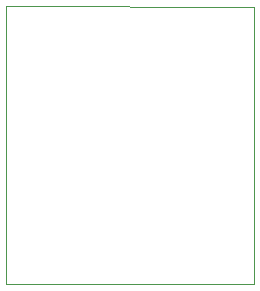
<source format=gbp>
G75*
G70*
%OFA0B0*%
%FSLAX24Y24*%
%IPPOS*%
%LPD*%
%AMOC8*
5,1,8,0,0,1.08239X$1,22.5*
%
%ADD10C,0.0000*%
D10*
X000150Y000150D02*
X000150Y009402D01*
X008400Y009400D01*
X008400Y000150D01*
X000150Y000150D01*
M02*

</source>
